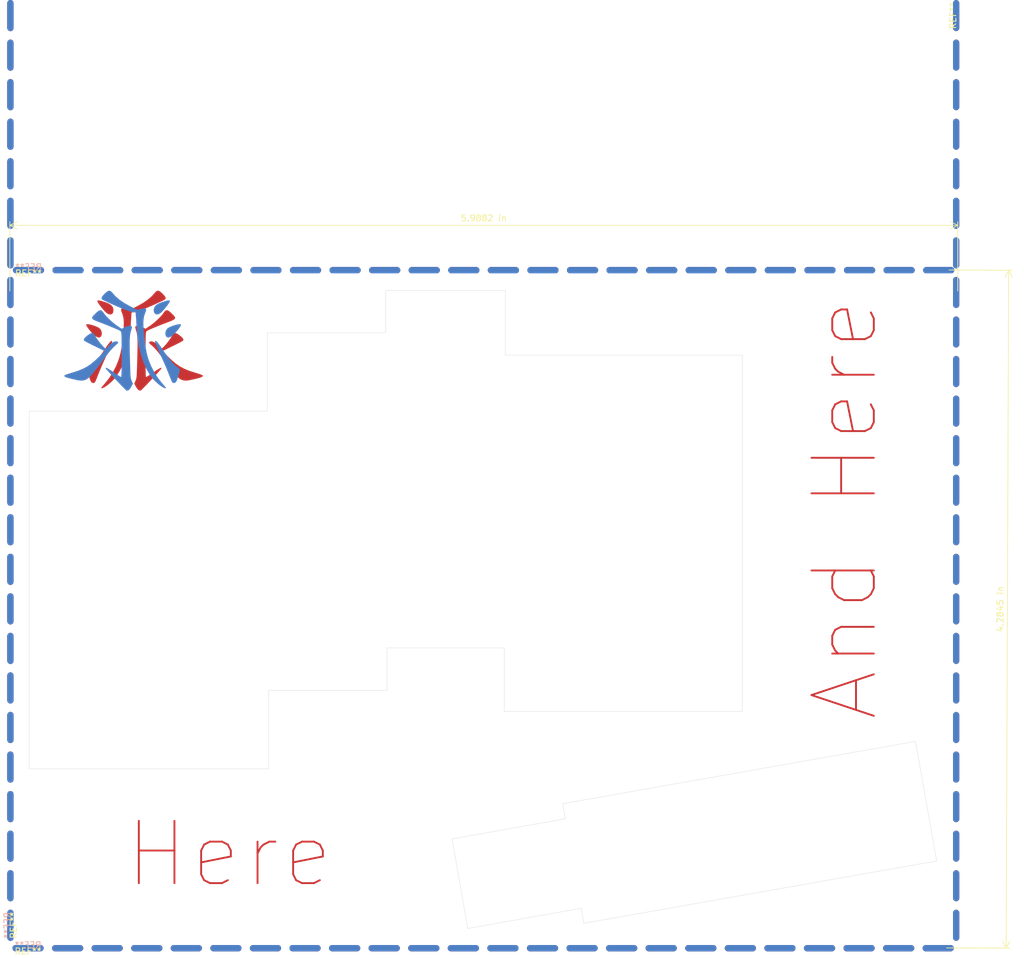
<source format=kicad_pcb>
(kicad_pcb (version 20171130) (host pcbnew 5.1.5+dfsg1-2build2)

  (general
    (thickness 1.6)
    (drawings 128)
    (tracks 0)
    (zones 0)
    (modules 9)
    (nets 1)
  )

  (page A4)
  (layers
    (0 F.Cu signal)
    (31 B.Cu signal)
    (32 B.Adhes user hide)
    (33 F.Adhes user hide)
    (34 B.Paste user hide)
    (35 F.Paste user hide)
    (36 B.SilkS user hide)
    (37 F.SilkS user)
    (38 B.Mask user hide)
    (39 F.Mask user hide)
    (40 Dwgs.User user)
    (41 Cmts.User user hide)
    (42 Eco1.User user)
    (43 Eco2.User user)
    (44 Edge.Cuts user)
    (45 Margin user hide)
    (46 B.CrtYd user hide)
    (47 F.CrtYd user hide)
    (48 B.Fab user hide)
    (49 F.Fab user hide)
  )

  (setup
    (last_trace_width 0.35)
    (trace_clearance 0.25)
    (zone_clearance 0.508)
    (zone_45_only no)
    (trace_min 0.3)
    (via_size 0.8)
    (via_drill 0.4)
    (via_min_size 0.5)
    (via_min_drill 0.4)
    (uvia_size 0.3)
    (uvia_drill 0.1)
    (uvias_allowed no)
    (uvia_min_size 0.2)
    (uvia_min_drill 0.1)
    (edge_width 0.05)
    (segment_width 0.2)
    (pcb_text_width 0.3)
    (pcb_text_size 1.5 1.5)
    (mod_edge_width 0.12)
    (mod_text_size 1 1)
    (mod_text_width 0.15)
    (pad_size 1.524 1.524)
    (pad_drill 0.762)
    (pad_to_mask_clearance 0.051)
    (solder_mask_min_width 0.25)
    (aux_axis_origin 0 0)
    (visible_elements FFFFF77F)
    (pcbplotparams
      (layerselection 0x010fc_ffffffff)
      (usegerberextensions false)
      (usegerberattributes false)
      (usegerberadvancedattributes false)
      (creategerberjobfile false)
      (excludeedgelayer true)
      (linewidth 0.100000)
      (plotframeref false)
      (viasonmask false)
      (mode 1)
      (useauxorigin false)
      (hpglpennumber 1)
      (hpglpenspeed 20)
      (hpglpendiameter 15.000000)
      (psnegative false)
      (psa4output false)
      (plotreference true)
      (plotvalue true)
      (plotinvisibletext false)
      (padsonsilk false)
      (subtractmaskfromsilk false)
      (outputformat 1)
      (mirror false)
      (drillshape 1)
      (scaleselection 1)
      (outputdirectory ""))
  )

  (net 0 "")

  (net_class Default "This is the default net class."
    (clearance 0.25)
    (trace_width 0.35)
    (via_dia 0.8)
    (via_drill 0.4)
    (uvia_dia 0.3)
    (uvia_drill 0.1)
    (diff_pair_width 0.3)
    (diff_pair_gap 0.25)
  )

  (net_class Power ""
    (clearance 0.25)
    (trace_width 0.45)
    (via_dia 1)
    (via_drill 0.4)
    (uvia_dia 0.3)
    (uvia_drill 0.1)
    (diff_pair_width 0.3)
    (diff_pair_gap 0.25)
  )

  (module "Digi:Long pad" (layer F.Cu) (tedit 5F2BC16B) (tstamp 5F2C2B6E)
    (at 215.725 1.475 270)
    (fp_text reference REF** (at 0 0.5 270) (layer F.SilkS)
      (effects (font (size 1 1) (thickness 0.15)))
    )
    (fp_text value "Long pad" (at 0 -0.5 270) (layer F.Fab)
      (effects (font (size 1 1) (thickness 0.15)))
    )
    (pad 1 smd oval (at 0 0 90) (size 5 1) (layers *.Paste *.Mask B.Cu))
    (pad 1 smd oval (at 6.35 0 90) (size 5 1) (layers *.Paste *.Mask B.Cu))
    (pad 1 smd oval (at 12.7 0 90) (size 5 1) (layers *.Paste *.Mask B.Cu))
    (pad 1 smd oval (at 19.05 0 90) (size 5 1) (layers *.Paste *.Mask B.Cu))
    (pad 1 smd oval (at 25.4 0 90) (size 5 1) (layers *.Paste *.Mask B.Cu))
    (pad 1 smd oval (at 31.75 0 90) (size 5 1) (layers *.Paste *.Mask B.Cu))
    (pad 1 smd oval (at 38.1 0 90) (size 5 1) (layers *.Paste *.Mask B.Cu))
    (pad 1 smd oval (at 44.45 0 90) (size 5 1) (layers *.Paste *.Mask B.Cu))
    (pad 1 smd oval (at 50.8 0 90) (size 5 1) (layers *.Paste *.Mask B.Cu))
    (pad 1 smd oval (at 57.15 0 90) (size 5 1) (layers *.Paste *.Mask B.Cu))
    (pad 1 smd oval (at 63.5 0 90) (size 5 1) (layers *.Paste *.Mask B.Cu))
    (pad 1 smd oval (at 69.85 0 90) (size 5 1) (layers *.Paste *.Mask B.Cu))
    (pad 1 smd oval (at 76.2 0 90) (size 5 1) (layers *.Paste *.Mask B.Cu))
    (pad 1 smd oval (at 82.55 0 90) (size 5 1) (layers *.Paste *.Mask B.Cu))
    (pad 1 smd oval (at 88.9 0 90) (size 5 1) (layers *.Paste *.Mask B.Cu))
    (pad 1 smd oval (at 95.25 0 90) (size 5 1) (layers *.Paste *.Mask B.Cu))
    (pad 1 smd oval (at 101.6 0 90) (size 5 1) (layers *.Paste *.Mask B.Cu))
    (pad 1 smd oval (at 107.95 0 90) (size 5 1) (layers *.Paste *.Mask B.Cu))
    (pad 1 smd oval (at 114.3 0 90) (size 5 1) (layers *.Paste *.Mask B.Cu))
    (pad 1 smd oval (at 120.65 0 90) (size 5 1) (layers *.Paste *.Mask B.Cu))
    (pad 1 smd oval (at 127 0 90) (size 5 1) (layers *.Paste *.Mask B.Cu))
    (pad 1 smd oval (at 133.35 0 90) (size 5 1) (layers *.Paste *.Mask B.Cu))
    (pad 1 smd oval (at 139.7 0 90) (size 5 1) (layers *.Paste *.Mask B.Cu))
    (pad 1 smd oval (at 146.05 0 90) (size 5 1) (layers *.Paste *.Mask B.Cu))
    (pad 1 smd oval (at 146.05 0 270) (size 5 1) (layers F.Cu F.Paste F.Mask))
    (pad 1 smd oval (at 139.7 0 270) (size 5 1) (layers F.Cu F.Paste F.Mask))
    (pad 1 smd oval (at 133.35 0 270) (size 5 1) (layers F.Cu F.Paste F.Mask))
    (pad 1 smd oval (at 127 0 270) (size 5 1) (layers F.Cu F.Paste F.Mask))
    (pad 1 smd oval (at 120.65 0 270) (size 5 1) (layers F.Cu F.Paste F.Mask))
    (pad 1 smd oval (at 114.3 0 270) (size 5 1) (layers F.Cu F.Paste F.Mask))
    (pad 1 smd oval (at 107.95 0 270) (size 5 1) (layers F.Cu F.Paste F.Mask))
    (pad 1 smd oval (at 101.6 0 270) (size 5 1) (layers F.Cu F.Paste F.Mask))
    (pad 1 smd oval (at 95.25 0 270) (size 5 1) (layers F.Cu F.Paste F.Mask))
    (pad 1 smd oval (at 88.9 0 270) (size 5 1) (layers F.Cu F.Paste F.Mask))
    (pad 1 smd oval (at 82.55 0 270) (size 5 1) (layers F.Cu F.Paste F.Mask))
    (pad 1 smd oval (at 76.2 0 270) (size 5 1) (layers F.Cu F.Paste F.Mask))
    (pad 1 smd oval (at 69.85 0 270) (size 5 1) (layers F.Cu F.Paste F.Mask))
    (pad 1 smd oval (at 63.5 0 270) (size 5 1) (layers F.Cu F.Paste F.Mask))
    (pad 1 smd oval (at 57.15 0 270) (size 5 1) (layers F.Cu F.Paste F.Mask))
    (pad 1 smd oval (at 50.8 0 270) (size 5 1) (layers F.Cu F.Paste F.Mask))
    (pad 1 smd oval (at 44.45 0 270) (size 5 1) (layers F.Cu F.Paste F.Mask))
    (pad 1 smd oval (at 38.1 0 270) (size 5 1) (layers F.Cu F.Paste F.Mask))
    (pad 1 smd oval (at 31.75 0 270) (size 5 1) (layers F.Cu F.Paste F.Mask))
    (pad 1 smd oval (at 25.4 0 270) (size 5 1) (layers F.Cu F.Paste F.Mask))
    (pad 1 smd oval (at 19.05 0 270) (size 5 1) (layers F.Cu F.Paste F.Mask))
    (pad 1 smd oval (at 12.7 0 270) (size 5 1) (layers F.Cu F.Paste F.Mask))
    (pad 1 smd oval (at 6.35 0 270) (size 5 1) (layers F.Cu F.Paste F.Mask))
    (pad 1 smd oval (at 0 0 270) (size 5 1) (layers F.Cu F.Paste F.Mask))
  )

  (module "Digi:Long pad" (layer B.Cu) (tedit 5F2BC16B) (tstamp 5F2C2B1C)
    (at 63.975 147.525 90)
    (fp_text reference REF** (at 0 -0.5 90) (layer B.SilkS)
      (effects (font (size 1 1) (thickness 0.15)) (justify mirror))
    )
    (fp_text value "Long pad" (at 0 0.5 90) (layer B.Fab)
      (effects (font (size 1 1) (thickness 0.15)) (justify mirror))
    )
    (pad 1 smd oval (at 0 0 270) (size 5 1) (layers *.Paste *.Mask F.Cu))
    (pad 1 smd oval (at 6.35 0 270) (size 5 1) (layers *.Paste *.Mask F.Cu))
    (pad 1 smd oval (at 12.7 0 270) (size 5 1) (layers *.Paste *.Mask F.Cu))
    (pad 1 smd oval (at 19.05 0 270) (size 5 1) (layers *.Paste *.Mask F.Cu))
    (pad 1 smd oval (at 25.4 0 270) (size 5 1) (layers *.Paste *.Mask F.Cu))
    (pad 1 smd oval (at 31.75 0 270) (size 5 1) (layers *.Paste *.Mask F.Cu))
    (pad 1 smd oval (at 38.1 0 270) (size 5 1) (layers *.Paste *.Mask F.Cu))
    (pad 1 smd oval (at 44.45 0 270) (size 5 1) (layers *.Paste *.Mask F.Cu))
    (pad 1 smd oval (at 50.8 0 270) (size 5 1) (layers *.Paste *.Mask F.Cu))
    (pad 1 smd oval (at 57.15 0 270) (size 5 1) (layers *.Paste *.Mask F.Cu))
    (pad 1 smd oval (at 63.5 0 270) (size 5 1) (layers *.Paste *.Mask F.Cu))
    (pad 1 smd oval (at 69.85 0 270) (size 5 1) (layers *.Paste *.Mask F.Cu))
    (pad 1 smd oval (at 76.2 0 270) (size 5 1) (layers *.Paste *.Mask F.Cu))
    (pad 1 smd oval (at 82.55 0 270) (size 5 1) (layers *.Paste *.Mask F.Cu))
    (pad 1 smd oval (at 88.9 0 270) (size 5 1) (layers *.Paste *.Mask F.Cu))
    (pad 1 smd oval (at 95.25 0 270) (size 5 1) (layers *.Paste *.Mask F.Cu))
    (pad 1 smd oval (at 101.6 0 270) (size 5 1) (layers *.Paste *.Mask F.Cu))
    (pad 1 smd oval (at 107.95 0 270) (size 5 1) (layers *.Paste *.Mask F.Cu))
    (pad 1 smd oval (at 114.3 0 270) (size 5 1) (layers *.Paste *.Mask F.Cu))
    (pad 1 smd oval (at 120.65 0 270) (size 5 1) (layers *.Paste *.Mask F.Cu))
    (pad 1 smd oval (at 127 0 270) (size 5 1) (layers *.Paste *.Mask F.Cu))
    (pad 1 smd oval (at 133.35 0 270) (size 5 1) (layers *.Paste *.Mask F.Cu))
    (pad 1 smd oval (at 139.7 0 270) (size 5 1) (layers *.Paste *.Mask F.Cu))
    (pad 1 smd oval (at 146.05 0 270) (size 5 1) (layers *.Paste *.Mask F.Cu))
    (pad 1 smd oval (at 146.05 0 90) (size 5 1) (layers B.Cu B.Paste B.Mask))
    (pad 1 smd oval (at 139.7 0 90) (size 5 1) (layers B.Cu B.Paste B.Mask))
    (pad 1 smd oval (at 133.35 0 90) (size 5 1) (layers B.Cu B.Paste B.Mask))
    (pad 1 smd oval (at 127 0 90) (size 5 1) (layers B.Cu B.Paste B.Mask))
    (pad 1 smd oval (at 120.65 0 90) (size 5 1) (layers B.Cu B.Paste B.Mask))
    (pad 1 smd oval (at 114.3 0 90) (size 5 1) (layers B.Cu B.Paste B.Mask))
    (pad 1 smd oval (at 107.95 0 90) (size 5 1) (layers B.Cu B.Paste B.Mask))
    (pad 1 smd oval (at 101.6 0 90) (size 5 1) (layers B.Cu B.Paste B.Mask))
    (pad 1 smd oval (at 95.25 0 90) (size 5 1) (layers B.Cu B.Paste B.Mask))
    (pad 1 smd oval (at 88.9 0 90) (size 5 1) (layers B.Cu B.Paste B.Mask))
    (pad 1 smd oval (at 82.55 0 90) (size 5 1) (layers B.Cu B.Paste B.Mask))
    (pad 1 smd oval (at 76.2 0 90) (size 5 1) (layers B.Cu B.Paste B.Mask))
    (pad 1 smd oval (at 69.85 0 90) (size 5 1) (layers B.Cu B.Paste B.Mask))
    (pad 1 smd oval (at 63.5 0 90) (size 5 1) (layers B.Cu B.Paste B.Mask))
    (pad 1 smd oval (at 57.15 0 90) (size 5 1) (layers B.Cu B.Paste B.Mask))
    (pad 1 smd oval (at 50.8 0 90) (size 5 1) (layers B.Cu B.Paste B.Mask))
    (pad 1 smd oval (at 44.45 0 90) (size 5 1) (layers B.Cu B.Paste B.Mask))
    (pad 1 smd oval (at 38.1 0 90) (size 5 1) (layers B.Cu B.Paste B.Mask))
    (pad 1 smd oval (at 31.75 0 90) (size 5 1) (layers B.Cu B.Paste B.Mask))
    (pad 1 smd oval (at 25.4 0 90) (size 5 1) (layers B.Cu B.Paste B.Mask))
    (pad 1 smd oval (at 19.05 0 90) (size 5 1) (layers B.Cu B.Paste B.Mask))
    (pad 1 smd oval (at 12.7 0 90) (size 5 1) (layers B.Cu B.Paste B.Mask))
    (pad 1 smd oval (at 6.35 0 90) (size 5 1) (layers B.Cu B.Paste B.Mask))
    (pad 1 smd oval (at 0 0 90) (size 5 1) (layers B.Cu B.Paste B.Mask))
  )

  (module "Digi:Long pad" (layer F.Cu) (tedit 5F2BC16B) (tstamp 5F2C2A78)
    (at 63.975 147.525 90)
    (fp_text reference REF** (at 0 0.5 90) (layer F.SilkS)
      (effects (font (size 1 1) (thickness 0.15)))
    )
    (fp_text value "Long pad" (at 0 -0.5 90) (layer F.Fab)
      (effects (font (size 1 1) (thickness 0.15)))
    )
    (pad 1 smd oval (at 0 0 270) (size 5 1) (layers *.Paste *.Mask B.Cu))
    (pad 1 smd oval (at 6.35 0 270) (size 5 1) (layers *.Paste *.Mask B.Cu))
    (pad 1 smd oval (at 12.7 0 270) (size 5 1) (layers *.Paste *.Mask B.Cu))
    (pad 1 smd oval (at 19.05 0 270) (size 5 1) (layers *.Paste *.Mask B.Cu))
    (pad 1 smd oval (at 25.4 0 270) (size 5 1) (layers *.Paste *.Mask B.Cu))
    (pad 1 smd oval (at 31.75 0 270) (size 5 1) (layers *.Paste *.Mask B.Cu))
    (pad 1 smd oval (at 38.1 0 270) (size 5 1) (layers *.Paste *.Mask B.Cu))
    (pad 1 smd oval (at 44.45 0 270) (size 5 1) (layers *.Paste *.Mask B.Cu))
    (pad 1 smd oval (at 50.8 0 270) (size 5 1) (layers *.Paste *.Mask B.Cu))
    (pad 1 smd oval (at 57.15 0 270) (size 5 1) (layers *.Paste *.Mask B.Cu))
    (pad 1 smd oval (at 63.5 0 270) (size 5 1) (layers *.Paste *.Mask B.Cu))
    (pad 1 smd oval (at 69.85 0 270) (size 5 1) (layers *.Paste *.Mask B.Cu))
    (pad 1 smd oval (at 76.2 0 270) (size 5 1) (layers *.Paste *.Mask B.Cu))
    (pad 1 smd oval (at 82.55 0 270) (size 5 1) (layers *.Paste *.Mask B.Cu))
    (pad 1 smd oval (at 88.9 0 270) (size 5 1) (layers *.Paste *.Mask B.Cu))
    (pad 1 smd oval (at 95.25 0 270) (size 5 1) (layers *.Paste *.Mask B.Cu))
    (pad 1 smd oval (at 101.6 0 270) (size 5 1) (layers *.Paste *.Mask B.Cu))
    (pad 1 smd oval (at 107.95 0 270) (size 5 1) (layers *.Paste *.Mask B.Cu))
    (pad 1 smd oval (at 114.3 0 270) (size 5 1) (layers *.Paste *.Mask B.Cu))
    (pad 1 smd oval (at 120.65 0 270) (size 5 1) (layers *.Paste *.Mask B.Cu))
    (pad 1 smd oval (at 127 0 270) (size 5 1) (layers *.Paste *.Mask B.Cu))
    (pad 1 smd oval (at 133.35 0 270) (size 5 1) (layers *.Paste *.Mask B.Cu))
    (pad 1 smd oval (at 139.7 0 270) (size 5 1) (layers *.Paste *.Mask B.Cu))
    (pad 1 smd oval (at 146.05 0 270) (size 5 1) (layers *.Paste *.Mask B.Cu))
    (pad 1 smd oval (at 146.05 0 90) (size 5 1) (layers F.Cu F.Paste F.Mask))
    (pad 1 smd oval (at 139.7 0 90) (size 5 1) (layers F.Cu F.Paste F.Mask))
    (pad 1 smd oval (at 133.35 0 90) (size 5 1) (layers F.Cu F.Paste F.Mask))
    (pad 1 smd oval (at 127 0 90) (size 5 1) (layers F.Cu F.Paste F.Mask))
    (pad 1 smd oval (at 120.65 0 90) (size 5 1) (layers F.Cu F.Paste F.Mask))
    (pad 1 smd oval (at 114.3 0 90) (size 5 1) (layers F.Cu F.Paste F.Mask))
    (pad 1 smd oval (at 107.95 0 90) (size 5 1) (layers F.Cu F.Paste F.Mask))
    (pad 1 smd oval (at 101.6 0 90) (size 5 1) (layers F.Cu F.Paste F.Mask))
    (pad 1 smd oval (at 95.25 0 90) (size 5 1) (layers F.Cu F.Paste F.Mask))
    (pad 1 smd oval (at 88.9 0 90) (size 5 1) (layers F.Cu F.Paste F.Mask))
    (pad 1 smd oval (at 82.55 0 90) (size 5 1) (layers F.Cu F.Paste F.Mask))
    (pad 1 smd oval (at 76.2 0 90) (size 5 1) (layers F.Cu F.Paste F.Mask))
    (pad 1 smd oval (at 69.85 0 90) (size 5 1) (layers F.Cu F.Paste F.Mask))
    (pad 1 smd oval (at 63.5 0 90) (size 5 1) (layers F.Cu F.Paste F.Mask))
    (pad 1 smd oval (at 57.15 0 90) (size 5 1) (layers F.Cu F.Paste F.Mask))
    (pad 1 smd oval (at 50.8 0 90) (size 5 1) (layers F.Cu F.Paste F.Mask))
    (pad 1 smd oval (at 44.45 0 90) (size 5 1) (layers F.Cu F.Paste F.Mask))
    (pad 1 smd oval (at 38.1 0 90) (size 5 1) (layers F.Cu F.Paste F.Mask))
    (pad 1 smd oval (at 31.75 0 90) (size 5 1) (layers F.Cu F.Paste F.Mask))
    (pad 1 smd oval (at 25.4 0 90) (size 5 1) (layers F.Cu F.Paste F.Mask))
    (pad 1 smd oval (at 19.05 0 90) (size 5 1) (layers F.Cu F.Paste F.Mask))
    (pad 1 smd oval (at 12.7 0 90) (size 5 1) (layers F.Cu F.Paste F.Mask))
    (pad 1 smd oval (at 6.35 0 90) (size 5 1) (layers F.Cu F.Paste F.Mask))
    (pad 1 smd oval (at 0 0 90) (size 5 1) (layers F.Cu F.Paste F.Mask))
  )

  (module "Digi:Long pad" (layer B.Cu) (tedit 5F2BC16B) (tstamp 5F2C2A26)
    (at 66.8 151.2)
    (fp_text reference REF** (at 0 -0.5) (layer B.SilkS)
      (effects (font (size 1 1) (thickness 0.15)) (justify mirror))
    )
    (fp_text value "Long pad" (at 0 0.5) (layer B.Fab)
      (effects (font (size 1 1) (thickness 0.15)) (justify mirror))
    )
    (pad 1 smd oval (at 0 0 180) (size 5 1) (layers *.Paste *.Mask F.Cu))
    (pad 1 smd oval (at 6.35 0 180) (size 5 1) (layers *.Paste *.Mask F.Cu))
    (pad 1 smd oval (at 12.7 0 180) (size 5 1) (layers *.Paste *.Mask F.Cu))
    (pad 1 smd oval (at 19.05 0 180) (size 5 1) (layers *.Paste *.Mask F.Cu))
    (pad 1 smd oval (at 25.4 0 180) (size 5 1) (layers *.Paste *.Mask F.Cu))
    (pad 1 smd oval (at 31.75 0 180) (size 5 1) (layers *.Paste *.Mask F.Cu))
    (pad 1 smd oval (at 38.1 0 180) (size 5 1) (layers *.Paste *.Mask F.Cu))
    (pad 1 smd oval (at 44.45 0 180) (size 5 1) (layers *.Paste *.Mask F.Cu))
    (pad 1 smd oval (at 50.8 0 180) (size 5 1) (layers *.Paste *.Mask F.Cu))
    (pad 1 smd oval (at 57.15 0 180) (size 5 1) (layers *.Paste *.Mask F.Cu))
    (pad 1 smd oval (at 63.5 0 180) (size 5 1) (layers *.Paste *.Mask F.Cu))
    (pad 1 smd oval (at 69.85 0 180) (size 5 1) (layers *.Paste *.Mask F.Cu))
    (pad 1 smd oval (at 76.2 0 180) (size 5 1) (layers *.Paste *.Mask F.Cu))
    (pad 1 smd oval (at 82.55 0 180) (size 5 1) (layers *.Paste *.Mask F.Cu))
    (pad 1 smd oval (at 88.9 0 180) (size 5 1) (layers *.Paste *.Mask F.Cu))
    (pad 1 smd oval (at 95.25 0 180) (size 5 1) (layers *.Paste *.Mask F.Cu))
    (pad 1 smd oval (at 101.6 0 180) (size 5 1) (layers *.Paste *.Mask F.Cu))
    (pad 1 smd oval (at 107.95 0 180) (size 5 1) (layers *.Paste *.Mask F.Cu))
    (pad 1 smd oval (at 114.3 0 180) (size 5 1) (layers *.Paste *.Mask F.Cu))
    (pad 1 smd oval (at 120.65 0 180) (size 5 1) (layers *.Paste *.Mask F.Cu))
    (pad 1 smd oval (at 127 0 180) (size 5 1) (layers *.Paste *.Mask F.Cu))
    (pad 1 smd oval (at 133.35 0 180) (size 5 1) (layers *.Paste *.Mask F.Cu))
    (pad 1 smd oval (at 139.7 0 180) (size 5 1) (layers *.Paste *.Mask F.Cu))
    (pad 1 smd oval (at 146.05 0 180) (size 5 1) (layers *.Paste *.Mask F.Cu))
    (pad 1 smd oval (at 146.05 0) (size 5 1) (layers B.Cu B.Paste B.Mask))
    (pad 1 smd oval (at 139.7 0) (size 5 1) (layers B.Cu B.Paste B.Mask))
    (pad 1 smd oval (at 133.35 0) (size 5 1) (layers B.Cu B.Paste B.Mask))
    (pad 1 smd oval (at 127 0) (size 5 1) (layers B.Cu B.Paste B.Mask))
    (pad 1 smd oval (at 120.65 0) (size 5 1) (layers B.Cu B.Paste B.Mask))
    (pad 1 smd oval (at 114.3 0) (size 5 1) (layers B.Cu B.Paste B.Mask))
    (pad 1 smd oval (at 107.95 0) (size 5 1) (layers B.Cu B.Paste B.Mask))
    (pad 1 smd oval (at 101.6 0) (size 5 1) (layers B.Cu B.Paste B.Mask))
    (pad 1 smd oval (at 95.25 0) (size 5 1) (layers B.Cu B.Paste B.Mask))
    (pad 1 smd oval (at 88.9 0) (size 5 1) (layers B.Cu B.Paste B.Mask))
    (pad 1 smd oval (at 82.55 0) (size 5 1) (layers B.Cu B.Paste B.Mask))
    (pad 1 smd oval (at 76.2 0) (size 5 1) (layers B.Cu B.Paste B.Mask))
    (pad 1 smd oval (at 69.85 0) (size 5 1) (layers B.Cu B.Paste B.Mask))
    (pad 1 smd oval (at 63.5 0) (size 5 1) (layers B.Cu B.Paste B.Mask))
    (pad 1 smd oval (at 57.15 0) (size 5 1) (layers B.Cu B.Paste B.Mask))
    (pad 1 smd oval (at 50.8 0) (size 5 1) (layers B.Cu B.Paste B.Mask))
    (pad 1 smd oval (at 44.45 0) (size 5 1) (layers B.Cu B.Paste B.Mask))
    (pad 1 smd oval (at 38.1 0) (size 5 1) (layers B.Cu B.Paste B.Mask))
    (pad 1 smd oval (at 31.75 0) (size 5 1) (layers B.Cu B.Paste B.Mask))
    (pad 1 smd oval (at 25.4 0) (size 5 1) (layers B.Cu B.Paste B.Mask))
    (pad 1 smd oval (at 19.05 0) (size 5 1) (layers B.Cu B.Paste B.Mask))
    (pad 1 smd oval (at 12.7 0) (size 5 1) (layers B.Cu B.Paste B.Mask))
    (pad 1 smd oval (at 6.35 0) (size 5 1) (layers B.Cu B.Paste B.Mask))
    (pad 1 smd oval (at 0 0) (size 5 1) (layers B.Cu B.Paste B.Mask))
  )

  (module "Digi:Long pad" (layer F.Cu) (tedit 5F2BC16B) (tstamp 5F2C2912)
    (at 66.8 151.2)
    (fp_text reference REF** (at 0 0.5) (layer F.SilkS)
      (effects (font (size 1 1) (thickness 0.15)))
    )
    (fp_text value "Long pad" (at 0 -0.5) (layer F.Fab)
      (effects (font (size 1 1) (thickness 0.15)))
    )
    (pad 1 smd oval (at 0 0 180) (size 5 1) (layers *.Paste *.Mask B.Cu))
    (pad 1 smd oval (at 6.35 0 180) (size 5 1) (layers *.Paste *.Mask B.Cu))
    (pad 1 smd oval (at 12.7 0 180) (size 5 1) (layers *.Paste *.Mask B.Cu))
    (pad 1 smd oval (at 19.05 0 180) (size 5 1) (layers *.Paste *.Mask B.Cu))
    (pad 1 smd oval (at 25.4 0 180) (size 5 1) (layers *.Paste *.Mask B.Cu))
    (pad 1 smd oval (at 31.75 0 180) (size 5 1) (layers *.Paste *.Mask B.Cu))
    (pad 1 smd oval (at 38.1 0 180) (size 5 1) (layers *.Paste *.Mask B.Cu))
    (pad 1 smd oval (at 44.45 0 180) (size 5 1) (layers *.Paste *.Mask B.Cu))
    (pad 1 smd oval (at 50.8 0 180) (size 5 1) (layers *.Paste *.Mask B.Cu))
    (pad 1 smd oval (at 57.15 0 180) (size 5 1) (layers *.Paste *.Mask B.Cu))
    (pad 1 smd oval (at 63.5 0 180) (size 5 1) (layers *.Paste *.Mask B.Cu))
    (pad 1 smd oval (at 69.85 0 180) (size 5 1) (layers *.Paste *.Mask B.Cu))
    (pad 1 smd oval (at 76.2 0 180) (size 5 1) (layers *.Paste *.Mask B.Cu))
    (pad 1 smd oval (at 82.55 0 180) (size 5 1) (layers *.Paste *.Mask B.Cu))
    (pad 1 smd oval (at 88.9 0 180) (size 5 1) (layers *.Paste *.Mask B.Cu))
    (pad 1 smd oval (at 95.25 0 180) (size 5 1) (layers *.Paste *.Mask B.Cu))
    (pad 1 smd oval (at 101.6 0 180) (size 5 1) (layers *.Paste *.Mask B.Cu))
    (pad 1 smd oval (at 107.95 0 180) (size 5 1) (layers *.Paste *.Mask B.Cu))
    (pad 1 smd oval (at 114.3 0 180) (size 5 1) (layers *.Paste *.Mask B.Cu))
    (pad 1 smd oval (at 120.65 0 180) (size 5 1) (layers *.Paste *.Mask B.Cu))
    (pad 1 smd oval (at 127 0 180) (size 5 1) (layers *.Paste *.Mask B.Cu))
    (pad 1 smd oval (at 133.35 0 180) (size 5 1) (layers *.Paste *.Mask B.Cu))
    (pad 1 smd oval (at 139.7 0 180) (size 5 1) (layers *.Paste *.Mask B.Cu))
    (pad 1 smd oval (at 146.05 0 180) (size 5 1) (layers *.Paste *.Mask B.Cu))
    (pad 1 smd oval (at 146.05 0) (size 5 1) (layers F.Cu F.Paste F.Mask))
    (pad 1 smd oval (at 139.7 0) (size 5 1) (layers F.Cu F.Paste F.Mask))
    (pad 1 smd oval (at 133.35 0) (size 5 1) (layers F.Cu F.Paste F.Mask))
    (pad 1 smd oval (at 127 0) (size 5 1) (layers F.Cu F.Paste F.Mask))
    (pad 1 smd oval (at 120.65 0) (size 5 1) (layers F.Cu F.Paste F.Mask))
    (pad 1 smd oval (at 114.3 0) (size 5 1) (layers F.Cu F.Paste F.Mask))
    (pad 1 smd oval (at 107.95 0) (size 5 1) (layers F.Cu F.Paste F.Mask))
    (pad 1 smd oval (at 101.6 0) (size 5 1) (layers F.Cu F.Paste F.Mask))
    (pad 1 smd oval (at 95.25 0) (size 5 1) (layers F.Cu F.Paste F.Mask))
    (pad 1 smd oval (at 88.9 0) (size 5 1) (layers F.Cu F.Paste F.Mask))
    (pad 1 smd oval (at 82.55 0) (size 5 1) (layers F.Cu F.Paste F.Mask))
    (pad 1 smd oval (at 76.2 0) (size 5 1) (layers F.Cu F.Paste F.Mask))
    (pad 1 smd oval (at 69.85 0) (size 5 1) (layers F.Cu F.Paste F.Mask))
    (pad 1 smd oval (at 63.5 0) (size 5 1) (layers F.Cu F.Paste F.Mask))
    (pad 1 smd oval (at 57.15 0) (size 5 1) (layers F.Cu F.Paste F.Mask))
    (pad 1 smd oval (at 50.8 0) (size 5 1) (layers F.Cu F.Paste F.Mask))
    (pad 1 smd oval (at 44.45 0) (size 5 1) (layers F.Cu F.Paste F.Mask))
    (pad 1 smd oval (at 38.1 0) (size 5 1) (layers F.Cu F.Paste F.Mask))
    (pad 1 smd oval (at 31.75 0) (size 5 1) (layers F.Cu F.Paste F.Mask))
    (pad 1 smd oval (at 25.4 0) (size 5 1) (layers F.Cu F.Paste F.Mask))
    (pad 1 smd oval (at 19.05 0) (size 5 1) (layers F.Cu F.Paste F.Mask))
    (pad 1 smd oval (at 12.7 0) (size 5 1) (layers F.Cu F.Paste F.Mask))
    (pad 1 smd oval (at 6.35 0) (size 5 1) (layers F.Cu F.Paste F.Mask))
    (pad 1 smd oval (at 0 0) (size 5 1) (layers F.Cu F.Paste F.Mask))
  )

  (module "Digi:Long pad" (layer B.Cu) (tedit 5F2BC16B) (tstamp 5F2C28C0)
    (at 66.875 42.35)
    (fp_text reference REF** (at 0 -0.5) (layer B.SilkS)
      (effects (font (size 1 1) (thickness 0.15)) (justify mirror))
    )
    (fp_text value "Long pad" (at 0 0.5) (layer B.Fab)
      (effects (font (size 1 1) (thickness 0.15)) (justify mirror))
    )
    (pad 1 smd oval (at 0 0 180) (size 5 1) (layers *.Paste *.Mask F.Cu))
    (pad 1 smd oval (at 6.35 0 180) (size 5 1) (layers *.Paste *.Mask F.Cu))
    (pad 1 smd oval (at 12.7 0 180) (size 5 1) (layers *.Paste *.Mask F.Cu))
    (pad 1 smd oval (at 19.05 0 180) (size 5 1) (layers *.Paste *.Mask F.Cu))
    (pad 1 smd oval (at 25.4 0 180) (size 5 1) (layers *.Paste *.Mask F.Cu))
    (pad 1 smd oval (at 31.75 0 180) (size 5 1) (layers *.Paste *.Mask F.Cu))
    (pad 1 smd oval (at 38.1 0 180) (size 5 1) (layers *.Paste *.Mask F.Cu))
    (pad 1 smd oval (at 44.45 0 180) (size 5 1) (layers *.Paste *.Mask F.Cu))
    (pad 1 smd oval (at 50.8 0 180) (size 5 1) (layers *.Paste *.Mask F.Cu))
    (pad 1 smd oval (at 57.15 0 180) (size 5 1) (layers *.Paste *.Mask F.Cu))
    (pad 1 smd oval (at 63.5 0 180) (size 5 1) (layers *.Paste *.Mask F.Cu))
    (pad 1 smd oval (at 69.85 0 180) (size 5 1) (layers *.Paste *.Mask F.Cu))
    (pad 1 smd oval (at 76.2 0 180) (size 5 1) (layers *.Paste *.Mask F.Cu))
    (pad 1 smd oval (at 82.55 0 180) (size 5 1) (layers *.Paste *.Mask F.Cu))
    (pad 1 smd oval (at 88.9 0 180) (size 5 1) (layers *.Paste *.Mask F.Cu))
    (pad 1 smd oval (at 95.25 0 180) (size 5 1) (layers *.Paste *.Mask F.Cu))
    (pad 1 smd oval (at 101.6 0 180) (size 5 1) (layers *.Paste *.Mask F.Cu))
    (pad 1 smd oval (at 107.95 0 180) (size 5 1) (layers *.Paste *.Mask F.Cu))
    (pad 1 smd oval (at 114.3 0 180) (size 5 1) (layers *.Paste *.Mask F.Cu))
    (pad 1 smd oval (at 120.65 0 180) (size 5 1) (layers *.Paste *.Mask F.Cu))
    (pad 1 smd oval (at 127 0 180) (size 5 1) (layers *.Paste *.Mask F.Cu))
    (pad 1 smd oval (at 133.35 0 180) (size 5 1) (layers *.Paste *.Mask F.Cu))
    (pad 1 smd oval (at 139.7 0 180) (size 5 1) (layers *.Paste *.Mask F.Cu))
    (pad 1 smd oval (at 146.05 0 180) (size 5 1) (layers *.Paste *.Mask F.Cu))
    (pad 1 smd oval (at 146.05 0) (size 5 1) (layers B.Cu B.Paste B.Mask))
    (pad 1 smd oval (at 139.7 0) (size 5 1) (layers B.Cu B.Paste B.Mask))
    (pad 1 smd oval (at 133.35 0) (size 5 1) (layers B.Cu B.Paste B.Mask))
    (pad 1 smd oval (at 127 0) (size 5 1) (layers B.Cu B.Paste B.Mask))
    (pad 1 smd oval (at 120.65 0) (size 5 1) (layers B.Cu B.Paste B.Mask))
    (pad 1 smd oval (at 114.3 0) (size 5 1) (layers B.Cu B.Paste B.Mask))
    (pad 1 smd oval (at 107.95 0) (size 5 1) (layers B.Cu B.Paste B.Mask))
    (pad 1 smd oval (at 101.6 0) (size 5 1) (layers B.Cu B.Paste B.Mask))
    (pad 1 smd oval (at 95.25 0) (size 5 1) (layers B.Cu B.Paste B.Mask))
    (pad 1 smd oval (at 88.9 0) (size 5 1) (layers B.Cu B.Paste B.Mask))
    (pad 1 smd oval (at 82.55 0) (size 5 1) (layers B.Cu B.Paste B.Mask))
    (pad 1 smd oval (at 76.2 0) (size 5 1) (layers B.Cu B.Paste B.Mask))
    (pad 1 smd oval (at 69.85 0) (size 5 1) (layers B.Cu B.Paste B.Mask))
    (pad 1 smd oval (at 63.5 0) (size 5 1) (layers B.Cu B.Paste B.Mask))
    (pad 1 smd oval (at 57.15 0) (size 5 1) (layers B.Cu B.Paste B.Mask))
    (pad 1 smd oval (at 50.8 0) (size 5 1) (layers B.Cu B.Paste B.Mask))
    (pad 1 smd oval (at 44.45 0) (size 5 1) (layers B.Cu B.Paste B.Mask))
    (pad 1 smd oval (at 38.1 0) (size 5 1) (layers B.Cu B.Paste B.Mask))
    (pad 1 smd oval (at 31.75 0) (size 5 1) (layers B.Cu B.Paste B.Mask))
    (pad 1 smd oval (at 25.4 0) (size 5 1) (layers B.Cu B.Paste B.Mask))
    (pad 1 smd oval (at 19.05 0) (size 5 1) (layers B.Cu B.Paste B.Mask))
    (pad 1 smd oval (at 12.7 0) (size 5 1) (layers B.Cu B.Paste B.Mask))
    (pad 1 smd oval (at 6.35 0) (size 5 1) (layers B.Cu B.Paste B.Mask))
    (pad 1 smd oval (at 0 0) (size 5 1) (layers B.Cu B.Paste B.Mask))
  )

  (module "Digi:Long pad" (layer F.Cu) (tedit 5F2BC16B) (tstamp 5F2C26AE)
    (at 66.875 42.35)
    (fp_text reference REF** (at 0 0.5) (layer F.SilkS)
      (effects (font (size 1 1) (thickness 0.15)))
    )
    (fp_text value "Long pad" (at 0 -0.5) (layer F.Fab)
      (effects (font (size 1 1) (thickness 0.15)))
    )
    (pad 1 smd oval (at 0 0 180) (size 5 1) (layers *.Paste *.Mask B.Cu))
    (pad 1 smd oval (at 6.35 0 180) (size 5 1) (layers *.Paste *.Mask B.Cu))
    (pad 1 smd oval (at 12.7 0 180) (size 5 1) (layers *.Paste *.Mask B.Cu))
    (pad 1 smd oval (at 19.05 0 180) (size 5 1) (layers *.Paste *.Mask B.Cu))
    (pad 1 smd oval (at 25.4 0 180) (size 5 1) (layers *.Paste *.Mask B.Cu))
    (pad 1 smd oval (at 31.75 0 180) (size 5 1) (layers *.Paste *.Mask B.Cu))
    (pad 1 smd oval (at 38.1 0 180) (size 5 1) (layers *.Paste *.Mask B.Cu))
    (pad 1 smd oval (at 44.45 0 180) (size 5 1) (layers *.Paste *.Mask B.Cu))
    (pad 1 smd oval (at 50.8 0 180) (size 5 1) (layers *.Paste *.Mask B.Cu))
    (pad 1 smd oval (at 57.15 0 180) (size 5 1) (layers *.Paste *.Mask B.Cu))
    (pad 1 smd oval (at 63.5 0 180) (size 5 1) (layers *.Paste *.Mask B.Cu))
    (pad 1 smd oval (at 69.85 0 180) (size 5 1) (layers *.Paste *.Mask B.Cu))
    (pad 1 smd oval (at 76.2 0 180) (size 5 1) (layers *.Paste *.Mask B.Cu))
    (pad 1 smd oval (at 82.55 0 180) (size 5 1) (layers *.Paste *.Mask B.Cu))
    (pad 1 smd oval (at 88.9 0 180) (size 5 1) (layers *.Paste *.Mask B.Cu))
    (pad 1 smd oval (at 95.25 0 180) (size 5 1) (layers *.Paste *.Mask B.Cu))
    (pad 1 smd oval (at 101.6 0 180) (size 5 1) (layers *.Paste *.Mask B.Cu))
    (pad 1 smd oval (at 107.95 0 180) (size 5 1) (layers *.Paste *.Mask B.Cu))
    (pad 1 smd oval (at 114.3 0 180) (size 5 1) (layers *.Paste *.Mask B.Cu))
    (pad 1 smd oval (at 120.65 0 180) (size 5 1) (layers *.Paste *.Mask B.Cu))
    (pad 1 smd oval (at 127 0 180) (size 5 1) (layers *.Paste *.Mask B.Cu))
    (pad 1 smd oval (at 133.35 0 180) (size 5 1) (layers *.Paste *.Mask B.Cu))
    (pad 1 smd oval (at 139.7 0 180) (size 5 1) (layers *.Paste *.Mask B.Cu))
    (pad 1 smd oval (at 146.05 0 180) (size 5 1) (layers *.Paste *.Mask B.Cu))
    (pad 1 smd oval (at 146.05 0) (size 5 1) (layers F.Cu F.Paste F.Mask))
    (pad 1 smd oval (at 139.7 0) (size 5 1) (layers F.Cu F.Paste F.Mask))
    (pad 1 smd oval (at 133.35 0) (size 5 1) (layers F.Cu F.Paste F.Mask))
    (pad 1 smd oval (at 127 0) (size 5 1) (layers F.Cu F.Paste F.Mask))
    (pad 1 smd oval (at 120.65 0) (size 5 1) (layers F.Cu F.Paste F.Mask))
    (pad 1 smd oval (at 114.3 0) (size 5 1) (layers F.Cu F.Paste F.Mask))
    (pad 1 smd oval (at 107.95 0) (size 5 1) (layers F.Cu F.Paste F.Mask))
    (pad 1 smd oval (at 101.6 0) (size 5 1) (layers F.Cu F.Paste F.Mask))
    (pad 1 smd oval (at 95.25 0) (size 5 1) (layers F.Cu F.Paste F.Mask))
    (pad 1 smd oval (at 88.9 0) (size 5 1) (layers F.Cu F.Paste F.Mask))
    (pad 1 smd oval (at 82.55 0) (size 5 1) (layers F.Cu F.Paste F.Mask))
    (pad 1 smd oval (at 76.2 0) (size 5 1) (layers F.Cu F.Paste F.Mask))
    (pad 1 smd oval (at 69.85 0) (size 5 1) (layers F.Cu F.Paste F.Mask))
    (pad 1 smd oval (at 63.5 0) (size 5 1) (layers F.Cu F.Paste F.Mask))
    (pad 1 smd oval (at 57.15 0) (size 5 1) (layers F.Cu F.Paste F.Mask))
    (pad 1 smd oval (at 50.8 0) (size 5 1) (layers F.Cu F.Paste F.Mask))
    (pad 1 smd oval (at 44.45 0) (size 5 1) (layers F.Cu F.Paste F.Mask))
    (pad 1 smd oval (at 38.1 0) (size 5 1) (layers F.Cu F.Paste F.Mask))
    (pad 1 smd oval (at 31.75 0) (size 5 1) (layers F.Cu F.Paste F.Mask))
    (pad 1 smd oval (at 25.4 0) (size 5 1) (layers F.Cu F.Paste F.Mask))
    (pad 1 smd oval (at 19.05 0) (size 5 1) (layers F.Cu F.Paste F.Mask))
    (pad 1 smd oval (at 12.7 0) (size 5 1) (layers F.Cu F.Paste F.Mask))
    (pad 1 smd oval (at 6.35 0) (size 5 1) (layers F.Cu F.Paste F.Mask))
    (pad 1 smd oval (at 0 0) (size 5 1) (layers F.Cu F.Paste F.Mask))
  )

  (module Digi:PieCn (layer B.Cu) (tedit 0) (tstamp 5F2C2361)
    (at 82.65 53.525 180)
    (fp_text reference G*** (at 0 0) (layer B.SilkS) hide
      (effects (font (size 1.524 1.524) (thickness 0.3)) (justify mirror))
    )
    (fp_text value LOGO (at 0.75 0) (layer B.SilkS) hide
      (effects (font (size 1.524 1.524) (thickness 0.3)) (justify mirror))
    )
    (fp_poly (pts (xy -6.532442 6.29698) (xy -6.224503 6.21854) (xy -5.786887 6.08446) (xy -5.655972 6.042303)
      (xy -5.106219 5.826809) (xy -4.711737 5.581203) (xy -4.459331 5.292462) (xy -4.335803 4.947564)
      (xy -4.318 4.722044) (xy -4.376984 4.379627) (xy -4.538124 4.157467) (xy -4.777709 4.06255)
      (xy -5.072022 4.101864) (xy -5.397352 4.282395) (xy -5.505349 4.372227) (xy -5.746699 4.61145)
      (xy -6.01149 4.907942) (xy -6.277535 5.232259) (xy -6.522648 5.55496) (xy -6.724641 5.846601)
      (xy -6.861327 6.07774) (xy -6.910521 6.218934) (xy -6.907991 6.233575) (xy -6.851207 6.300987)
      (xy -6.733684 6.323293) (xy -6.532442 6.29698)) (layer B.Cu) (width 0.01))
    (fp_poly (pts (xy -8.319253 2.489819) (xy -8.000113 2.427968) (xy -7.63663 2.327813) (xy -7.265172 2.200454)
      (xy -6.922109 2.056989) (xy -6.643809 1.90852) (xy -6.482607 1.783852) (xy -6.293492 1.49965)
      (xy -6.194687 1.167689) (xy -6.192234 0.841663) (xy -6.292172 0.575269) (xy -6.340172 0.517828)
      (xy -6.491533 0.390527) (xy -6.637985 0.350581) (xy -6.831068 0.397941) (xy -7.091242 0.517117)
      (xy -7.29991 0.657826) (xy -7.552331 0.883803) (xy -7.825267 1.166694) (xy -8.095478 1.478149)
      (xy -8.339726 1.789816) (xy -8.53477 2.073342) (xy -8.657371 2.300377) (xy -8.684291 2.442568)
      (xy -8.679029 2.454208) (xy -8.557681 2.502266) (xy -8.319253 2.489819)) (layer B.Cu) (width 0.01))
    (fp_poly (pts (xy 5.930607 0.9596) (xy 6.318677 0.694036) (xy 6.338513 0.678435) (xy 6.668975 0.392429)
      (xy 6.855235 0.166412) (xy 6.905741 -0.012924) (xy 6.853408 -0.132532) (xy 6.749422 -0.204757)
      (xy 6.516774 -0.336825) (xy 6.179752 -0.515912) (xy 5.762643 -0.729196) (xy 5.289735 -0.963851)
      (xy 5.150212 -1.03184) (xy 3.548025 -1.80944) (xy 4.419846 -2.689551) (xy 5.097851 -3.339581)
      (xy 5.735257 -3.868362) (xy 6.373159 -4.300247) (xy 7.052651 -4.659592) (xy 7.81483 -4.970753)
      (xy 8.700791 -5.258085) (xy 8.805333 -5.288635) (xy 9.212777 -5.412702) (xy 9.566328 -5.531633)
      (xy 9.831011 -5.632867) (xy 9.971852 -5.703845) (xy 9.979282 -5.710234) (xy 10.025267 -5.811446)
      (xy 9.948783 -5.912377) (xy 9.738963 -6.018228) (xy 9.384939 -6.134195) (xy 8.875841 -6.265479)
      (xy 8.763 -6.292044) (xy 8.253291 -6.408432) (xy 7.873768 -6.487757) (xy 7.590445 -6.534429)
      (xy 7.36933 -6.552858) (xy 7.176437 -6.547456) (xy 6.981496 -6.523207) (xy 6.774382 -6.479675)
      (xy 6.574427 -6.407796) (xy 6.37094 -6.296272) (xy 6.153234 -6.13381) (xy 5.91062 -5.909114)
      (xy 5.632411 -5.610889) (xy 5.307917 -5.227839) (xy 4.926451 -4.748669) (xy 4.477324 -4.162084)
      (xy 3.949847 -3.456789) (xy 3.486746 -2.830017) (xy 3.020093 -2.211669) (xy 2.614495 -1.711134)
      (xy 2.244878 -1.300433) (xy 1.886169 -0.951583) (xy 1.540838 -0.658503) (xy 1.410158 -0.490095)
      (xy 1.434513 -0.347224) (xy 1.599795 -0.263473) (xy 1.710763 -0.254) (xy 2.11859 -0.336044)
      (xy 2.518349 -0.583507) (xy 2.89715 -0.978034) (xy 3.091257 -1.20632) (xy 3.252814 -1.370496)
      (xy 3.347093 -1.435303) (xy 3.347516 -1.435327) (xy 3.476383 -1.373635) (xy 3.676731 -1.19919)
      (xy 3.92535 -0.939626) (xy 4.19903 -0.622575) (xy 4.474562 -0.275668) (xy 4.728737 0.073463)
      (xy 4.938344 0.397185) (xy 5.037714 0.576935) (xy 5.178677 0.826914) (xy 5.310101 1.009205)
      (xy 5.383695 1.072874) (xy 5.621889 1.084664) (xy 5.930607 0.9596)) (layer B.Cu) (width 0.01))
    (fp_poly (pts (xy -4.563885 -0.208843) (xy -4.533578 -0.247672) (xy -4.545876 -0.363496) (xy -4.632079 -0.625216)
      (xy -4.789965 -1.027472) (xy -5.017312 -1.564904) (xy -5.311897 -2.23215) (xy -5.6715 -3.023851)
      (xy -5.799662 -3.302) (xy -6.041753 -3.839758) (xy -6.300513 -4.437829) (xy -6.547519 -5.029164)
      (xy -6.754348 -5.546718) (xy -6.784198 -5.624455) (xy -6.94325 -6.032745) (xy -7.08851 -6.388863)
      (xy -7.206182 -6.66016) (xy -7.282471 -6.81399) (xy -7.294022 -6.830955) (xy -7.474269 -6.933389)
      (xy -7.692998 -6.916083) (xy -7.878921 -6.788234) (xy -7.904679 -6.752167) (xy -8.002653 -6.553932)
      (xy -8.118163 -6.258423) (xy -8.238518 -5.907191) (xy -8.351028 -5.541784) (xy -8.443001 -5.203752)
      (xy -8.501747 -4.934645) (xy -8.514574 -4.776011) (xy -8.511805 -4.764462) (xy -8.417233 -4.637433)
      (xy -8.225781 -4.462418) (xy -8.035477 -4.318) (xy -7.687402 -4.036119) (xy -7.306263 -3.650567)
      (xy -6.882622 -3.149983) (xy -6.407043 -2.523005) (xy -5.870089 -1.758271) (xy -5.697331 -1.502833)
      (xy -5.356071 -1.001373) (xy -5.091609 -0.631334) (xy -4.892053 -0.379889) (xy -4.745509 -0.23421)
      (xy -4.640084 -0.181471) (xy -4.563885 -0.208843)) (layer B.Cu) (width 0.01))
    (fp_poly (pts (xy 3.13491 7.762081) (xy 3.434625 7.511024) (xy 3.576322 7.372771) (xy 3.849452 7.081644)
      (xy 4.002725 6.869649) (xy 4.051649 6.714181) (xy 4.049609 6.682918) (xy 4.039175 6.610376)
      (xy 4.01883 6.550957) (xy 3.968067 6.492565) (xy 3.866378 6.423105) (xy 3.693253 6.330482)
      (xy 3.428184 6.2026) (xy 3.050663 6.027364) (xy 2.540182 5.792679) (xy 2.54 5.792595)
      (xy 1.71781 5.423152) (xy 0.965696 5.102351) (xy 0.299697 4.836345) (xy -0.264147 4.631289)
      (xy -0.709795 4.493337) (xy -1.012224 4.429665) (xy -1.42109 4.381241) (xy -1.47066 3.693454)
      (xy -1.497214 3.299909) (xy -1.527322 2.814841) (xy -1.556251 2.315859) (xy -1.569379 2.074333)
      (xy -1.70644 0.455242) (xy -1.939693 -1.046975) (xy -2.267563 -2.427128) (xy -2.68847 -3.680024)
      (xy -3.200836 -4.800473) (xy -3.803085 -5.783284) (xy -4.062994 -6.129423) (xy -4.337214 -6.443337)
      (xy -4.654158 -6.757285) (xy -4.992238 -7.055741) (xy -5.329864 -7.323176) (xy -5.645446 -7.544062)
      (xy -5.917395 -7.702873) (xy -6.124121 -7.784079) (xy -6.244035 -7.772153) (xy -6.265333 -7.713416)
      (xy -6.211618 -7.622757) (xy -6.066575 -7.437944) (xy -5.854356 -7.188668) (xy -5.673855 -6.986308)
      (xy -5.034159 -6.189008) (xy -4.441173 -5.26731) (xy -3.920594 -4.264841) (xy -3.560141 -3.397897)
      (xy -3.354534 -2.773771) (xy -3.178507 -2.089004) (xy -3.028182 -1.321264) (xy -2.899684 -0.448221)
      (xy -2.789139 0.552457) (xy -2.706224 1.522295) (xy -2.662762 2.234884) (xy -2.655054 2.816525)
      (xy -2.686087 3.302402) (xy -2.758852 3.727699) (xy -2.876337 4.127601) (xy -2.942482 4.30336)
      (xy -3.052726 4.592838) (xy -3.100285 4.770806) (xy -3.090386 4.880872) (xy -3.028256 4.966646)
      (xy -3.022669 4.972283) (xy -2.938615 5.037574) (xy -2.829817 5.060892) (xy -2.653348 5.041387)
      (xy -2.366277 4.978209) (xy -2.280856 4.957597) (xy -1.672272 4.80968) (xy -0.560969 5.364994)
      (xy 0.396787 5.895298) (xy 1.209515 6.455096) (xy 1.868079 7.037623) (xy 2.192818 7.404534)
      (xy 2.450429 7.696796) (xy 2.673114 7.854271) (xy 2.891174 7.876265) (xy 3.13491 7.762081)) (layer B.Cu) (width 0.01))
    (fp_poly (pts (xy 4.572139 4.616532) (xy 4.883325 4.359421) (xy 5.041929 4.208525) (xy 5.326263 3.921709)
      (xy 5.507887 3.698099) (xy 5.577732 3.519193) (xy 5.526731 3.366488) (xy 5.345814 3.221479)
      (xy 5.025915 3.065666) (xy 4.557964 2.880543) (xy 4.353538 2.803916) (xy 3.836664 2.606888)
      (xy 3.23863 2.371989) (xy 2.633639 2.12871) (xy 2.097334 1.907152) (xy 1.647168 1.715825)
      (xy 1.329396 1.573172) (xy 1.119594 1.463975) (xy 0.993338 1.373017) (xy 0.926205 1.285081)
      (xy 0.893772 1.184948) (xy 0.887732 1.153494) (xy 0.87062 0.975838) (xy 0.856052 0.66294)
      (xy 0.844009 0.236193) (xy 0.834474 -0.28301) (xy 0.827426 -0.873277) (xy 0.822848 -1.513214)
      (xy 0.820721 -2.18143) (xy 0.821026 -2.856531) (xy 0.823743 -3.517124) (xy 0.828855 -4.141818)
      (xy 0.836343 -4.709218) (xy 0.846188 -5.197933) (xy 0.858371 -5.58657) (xy 0.872873 -5.853735)
      (xy 0.889676 -5.978037) (xy 0.893986 -5.984214) (xy 0.990712 -5.948435) (xy 1.199299 -5.829826)
      (xy 1.494056 -5.644316) (xy 1.849291 -5.407832) (xy 2.076633 -5.250995) (xy 2.553069 -4.92348)
      (xy 2.908163 -4.693159) (xy 3.154579 -4.553706) (xy 3.304979 -4.498798) (xy 3.372029 -4.522108)
      (xy 3.371708 -4.604169) (xy 3.308011 -4.695574) (xy 3.144989 -4.889131) (xy 2.900989 -5.165223)
      (xy 2.59436 -5.504238) (xy 2.243451 -5.88656) (xy 1.866608 -6.292576) (xy 1.482181 -6.702671)
      (xy 1.108517 -7.097232) (xy 0.763966 -7.456643) (xy 0.466874 -7.761292) (xy 0.235592 -7.991563)
      (xy 0.088465 -8.127842) (xy 0.049108 -8.156018) (xy -0.104255 -8.15328) (xy -0.263037 -8.098787)
      (xy -0.408891 -7.972722) (xy -0.582368 -7.745899) (xy -0.717588 -7.51884) (xy -0.96951 -7.038148)
      (xy -0.774596 -6.588241) (xy -0.722778 -6.46159) (xy -0.680254 -6.331969) (xy -0.645505 -6.18037)
      (xy -0.617011 -5.987783) (xy -0.593253 -5.735198) (xy -0.572712 -5.403607) (xy -0.553869 -4.973999)
      (xy -0.535204 -4.427367) (xy -0.515198 -3.7447) (xy -0.498418 -3.132667) (xy -0.474917 -2.212055)
      (xy -0.459114 -1.441944) (xy -0.451781 -0.803642) (xy -0.453691 -0.278457) (xy -0.465615 0.152302)
      (xy -0.488325 0.507327) (xy -0.522593 0.805308) (xy -0.569192 1.064938) (xy -0.628894 1.304908)
      (xy -0.690009 1.505813) (xy -0.780233 1.808865) (xy -0.811106 1.998745) (xy -0.786758 2.119262)
      (xy -0.752655 2.17026) (xy -0.570635 2.260171) (xy -0.276261 2.238838) (xy 0.117097 2.108453)
      (xy 0.385343 1.983719) (xy 0.827586 1.759965) (xy 1.493293 2.206729) (xy 1.948328 2.540119)
      (xy 2.424239 2.936847) (xy 2.884874 3.362615) (xy 3.294079 3.783123) (xy 3.615704 4.164072)
      (xy 3.735745 4.334226) (xy 3.932236 4.596734) (xy 4.120918 4.732849) (xy 4.326111 4.740228)
      (xy 4.572139 4.616532)) (layer B.Cu) (width 0.01))
  )

  (module Digi:PieCn (layer F.Cu) (tedit 0) (tstamp 5F2C235F)
    (at 84.825 53.525)
    (fp_text reference G*** (at 0 0) (layer F.SilkS) hide
      (effects (font (size 1.524 1.524) (thickness 0.3)))
    )
    (fp_text value LOGO (at 0.75 0) (layer F.SilkS) hide
      (effects (font (size 1.524 1.524) (thickness 0.3)))
    )
    (fp_poly (pts (xy -6.532442 -6.29698) (xy -6.224503 -6.21854) (xy -5.786887 -6.08446) (xy -5.655972 -6.042303)
      (xy -5.106219 -5.826809) (xy -4.711737 -5.581203) (xy -4.459331 -5.292462) (xy -4.335803 -4.947564)
      (xy -4.318 -4.722044) (xy -4.376984 -4.379627) (xy -4.538124 -4.157467) (xy -4.777709 -4.06255)
      (xy -5.072022 -4.101864) (xy -5.397352 -4.282395) (xy -5.505349 -4.372227) (xy -5.746699 -4.61145)
      (xy -6.01149 -4.907942) (xy -6.277535 -5.232259) (xy -6.522648 -5.55496) (xy -6.724641 -5.846601)
      (xy -6.861327 -6.07774) (xy -6.910521 -6.218934) (xy -6.907991 -6.233575) (xy -6.851207 -6.300987)
      (xy -6.733684 -6.323293) (xy -6.532442 -6.29698)) (layer F.Cu) (width 0.01))
    (fp_poly (pts (xy -8.319253 -2.489819) (xy -8.000113 -2.427968) (xy -7.63663 -2.327813) (xy -7.265172 -2.200454)
      (xy -6.922109 -2.056989) (xy -6.643809 -1.90852) (xy -6.482607 -1.783852) (xy -6.293492 -1.49965)
      (xy -6.194687 -1.167689) (xy -6.192234 -0.841663) (xy -6.292172 -0.575269) (xy -6.340172 -0.517828)
      (xy -6.491533 -0.390527) (xy -6.637985 -0.350581) (xy -6.831068 -0.397941) (xy -7.091242 -0.517117)
      (xy -7.29991 -0.657826) (xy -7.552331 -0.883803) (xy -7.825267 -1.166694) (xy -8.095478 -1.478149)
      (xy -8.339726 -1.789816) (xy -8.53477 -2.073342) (xy -8.657371 -2.300377) (xy -8.684291 -2.442568)
      (xy -8.679029 -2.454208) (xy -8.557681 -2.502266) (xy -8.319253 -2.489819)) (layer F.Cu) (width 0.01))
    (fp_poly (pts (xy 5.930607 -0.9596) (xy 6.318677 -0.694036) (xy 6.338513 -0.678435) (xy 6.668975 -0.392429)
      (xy 6.855235 -0.166412) (xy 6.905741 0.012924) (xy 6.853408 0.132532) (xy 6.749422 0.204757)
      (xy 6.516774 0.336825) (xy 6.179752 0.515912) (xy 5.762643 0.729196) (xy 5.289735 0.963851)
      (xy 5.150212 1.03184) (xy 3.548025 1.80944) (xy 4.419846 2.689551) (xy 5.097851 3.339581)
      (xy 5.735257 3.868362) (xy 6.373159 4.300247) (xy 7.052651 4.659592) (xy 7.81483 4.970753)
      (xy 8.700791 5.258085) (xy 8.805333 5.288635) (xy 9.212777 5.412702) (xy 9.566328 5.531633)
      (xy 9.831011 5.632867) (xy 9.971852 5.703845) (xy 9.979282 5.710234) (xy 10.025267 5.811446)
      (xy 9.948783 5.912377) (xy 9.738963 6.018228) (xy 9.384939 6.134195) (xy 8.875841 6.265479)
      (xy 8.763 6.292044) (xy 8.253291 6.408432) (xy 7.873768 6.487757) (xy 7.590445 6.534429)
      (xy 7.36933 6.552858) (xy 7.176437 6.547456) (xy 6.981496 6.523207) (xy 6.774382 6.479675)
      (xy 6.574427 6.407796) (xy 6.37094 6.296272) (xy 6.153234 6.13381) (xy 5.91062 5.909114)
      (xy 5.632411 5.610889) (xy 5.307917 5.227839) (xy 4.926451 4.748669) (xy 4.477324 4.162084)
      (xy 3.949847 3.456789) (xy 3.486746 2.830017) (xy 3.020093 2.211669) (xy 2.614495 1.711134)
      (xy 2.244878 1.300433) (xy 1.886169 0.951583) (xy 1.540838 0.658503) (xy 1.410158 0.490095)
      (xy 1.434513 0.347224) (xy 1.599795 0.263473) (xy 1.710763 0.254) (xy 2.11859 0.336044)
      (xy 2.518349 0.583507) (xy 2.89715 0.978034) (xy 3.091257 1.20632) (xy 3.252814 1.370496)
      (xy 3.347093 1.435303) (xy 3.347516 1.435327) (xy 3.476383 1.373635) (xy 3.676731 1.19919)
      (xy 3.92535 0.939626) (xy 4.19903 0.622575) (xy 4.474562 0.275668) (xy 4.728737 -0.073463)
      (xy 4.938344 -0.397185) (xy 5.037714 -0.576935) (xy 5.178677 -0.826914) (xy 5.310101 -1.009205)
      (xy 5.383695 -1.072874) (xy 5.621889 -1.084664) (xy 5.930607 -0.9596)) (layer F.Cu) (width 0.01))
    (fp_poly (pts (xy -4.563885 0.208843) (xy -4.533578 0.247672) (xy -4.545876 0.363496) (xy -4.632079 0.625216)
      (xy -4.789965 1.027472) (xy -5.017312 1.564904) (xy -5.311897 2.23215) (xy -5.6715 3.023851)
      (xy -5.799662 3.302) (xy -6.041753 3.839758) (xy -6.300513 4.437829) (xy -6.547519 5.029164)
      (xy -6.754348 5.546718) (xy -6.784198 5.624455) (xy -6.94325 6.032745) (xy -7.08851 6.388863)
      (xy -7.206182 6.66016) (xy -7.282471 6.81399) (xy -7.294022 6.830955) (xy -7.474269 6.933389)
      (xy -7.692998 6.916083) (xy -7.878921 6.788234) (xy -7.904679 6.752167) (xy -8.002653 6.553932)
      (xy -8.118163 6.258423) (xy -8.238518 5.907191) (xy -8.351028 5.541784) (xy -8.443001 5.203752)
      (xy -8.501747 4.934645) (xy -8.514574 4.776011) (xy -8.511805 4.764462) (xy -8.417233 4.637433)
      (xy -8.225781 4.462418) (xy -8.035477 4.318) (xy -7.687402 4.036119) (xy -7.306263 3.650567)
      (xy -6.882622 3.149983) (xy -6.407043 2.523005) (xy -5.870089 1.758271) (xy -5.697331 1.502833)
      (xy -5.356071 1.001373) (xy -5.091609 0.631334) (xy -4.892053 0.379889) (xy -4.745509 0.23421)
      (xy -4.640084 0.181471) (xy -4.563885 0.208843)) (layer F.Cu) (width 0.01))
    (fp_poly (pts (xy 3.13491 -7.762081) (xy 3.434625 -7.511024) (xy 3.576322 -7.372771) (xy 3.849452 -7.081644)
      (xy 4.002725 -6.869649) (xy 4.051649 -6.714181) (xy 4.049609 -6.682918) (xy 4.039175 -6.610376)
      (xy 4.01883 -6.550957) (xy 3.968067 -6.492565) (xy 3.866378 -6.423105) (xy 3.693253 -6.330482)
      (xy 3.428184 -6.2026) (xy 3.050663 -6.027364) (xy 2.540182 -5.792679) (xy 2.54 -5.792595)
      (xy 1.71781 -5.423152) (xy 0.965696 -5.102351) (xy 0.299697 -4.836345) (xy -0.264147 -4.631289)
      (xy -0.709795 -4.493337) (xy -1.012224 -4.429665) (xy -1.42109 -4.381241) (xy -1.47066 -3.693454)
      (xy -1.497214 -3.299909) (xy -1.527322 -2.814841) (xy -1.556251 -2.315859) (xy -1.569379 -2.074333)
      (xy -1.70644 -0.455242) (xy -1.939693 1.046975) (xy -2.267563 2.427128) (xy -2.68847 3.680024)
      (xy -3.200836 4.800473) (xy -3.803085 5.783284) (xy -4.062994 6.129423) (xy -4.337214 6.443337)
      (xy -4.654158 6.757285) (xy -4.992238 7.055741) (xy -5.329864 7.323176) (xy -5.645446 7.544062)
      (xy -5.917395 7.702873) (xy -6.124121 7.784079) (xy -6.244035 7.772153) (xy -6.265333 7.713416)
      (xy -6.211618 7.622757) (xy -6.066575 7.437944) (xy -5.854356 7.188668) (xy -5.673855 6.986308)
      (xy -5.034159 6.189008) (xy -4.441173 5.26731) (xy -3.920594 4.264841) (xy -3.560141 3.397897)
      (xy -3.354534 2.773771) (xy -3.178507 2.089004) (xy -3.028182 1.321264) (xy -2.899684 0.448221)
      (xy -2.789139 -0.552457) (xy -2.706224 -1.522295) (xy -2.662762 -2.234884) (xy -2.655054 -2.816525)
      (xy -2.686087 -3.302402) (xy -2.758852 -3.727699) (xy -2.876337 -4.127601) (xy -2.942482 -4.30336)
      (xy -3.052726 -4.592838) (xy -3.100285 -4.770806) (xy -3.090386 -4.880872) (xy -3.028256 -4.966646)
      (xy -3.022669 -4.972283) (xy -2.938615 -5.037574) (xy -2.829817 -5.060892) (xy -2.653348 -5.041387)
      (xy -2.366277 -4.978209) (xy -2.280856 -4.957597) (xy -1.672272 -4.80968) (xy -0.560969 -5.364994)
      (xy 0.396787 -5.895298) (xy 1.209515 -6.455096) (xy 1.868079 -7.037623) (xy 2.192818 -7.404534)
      (xy 2.450429 -7.696796) (xy 2.673114 -7.854271) (xy 2.891174 -7.876265) (xy 3.13491 -7.762081)) (layer F.Cu) (width 0.01))
    (fp_poly (pts (xy 4.572139 -4.616532) (xy 4.883325 -4.359421) (xy 5.041929 -4.208525) (xy 5.326263 -3.921709)
      (xy 5.507887 -3.698099) (xy 5.577732 -3.519193) (xy 5.526731 -3.366488) (xy 5.345814 -3.221479)
      (xy 5.025915 -3.065666) (xy 4.557964 -2.880543) (xy 4.353538 -2.803916) (xy 3.836664 -2.606888)
      (xy 3.23863 -2.371989) (xy 2.633639 -2.12871) (xy 2.097334 -1.907152) (xy 1.647168 -1.715825)
      (xy 1.329396 -1.573172) (xy 1.119594 -1.463975) (xy 0.993338 -1.373017) (xy 0.926205 -1.285081)
      (xy 0.893772 -1.184948) (xy 0.887732 -1.153494) (xy 0.87062 -0.975838) (xy 0.856052 -0.66294)
      (xy 0.844009 -0.236193) (xy 0.834474 0.28301) (xy 0.827426 0.873277) (xy 0.822848 1.513214)
      (xy 0.820721 2.18143) (xy 0.821026 2.856531) (xy 0.823743 3.517124) (xy 0.828855 4.141818)
      (xy 0.836343 4.709218) (xy 0.846188 5.197933) (xy 0.858371 5.58657) (xy 0.872873 5.853735)
      (xy 0.889676 5.978037) (xy 0.893986 5.984214) (xy 0.990712 5.948435) (xy 1.199299 5.829826)
      (xy 1.494056 5.644316) (xy 1.849291 5.407832) (xy 2.076633 5.250995) (xy 2.553069 4.92348)
      (xy 2.908163 4.693159) (xy 3.154579 4.553706) (xy 3.304979 4.498798) (xy 3.372029 4.522108)
      (xy 3.371708 4.604169) (xy 3.308011 4.695574) (xy 3.144989 4.889131) (xy 2.900989 5.165223)
      (xy 2.59436 5.504238) (xy 2.243451 5.88656) (xy 1.866608 6.292576) (xy 1.482181 6.702671)
      (xy 1.108517 7.097232) (xy 0.763966 7.456643) (xy 0.466874 7.761292) (xy 0.235592 7.991563)
      (xy 0.088465 8.127842) (xy 0.049108 8.156018) (xy -0.104255 8.15328) (xy -0.263037 8.098787)
      (xy -0.408891 7.972722) (xy -0.582368 7.745899) (xy -0.717588 7.51884) (xy -0.96951 7.038148)
      (xy -0.774596 6.588241) (xy -0.722778 6.46159) (xy -0.680254 6.331969) (xy -0.645505 6.18037)
      (xy -0.617011 5.987783) (xy -0.593253 5.735198) (xy -0.572712 5.403607) (xy -0.553869 4.973999)
      (xy -0.535204 4.427367) (xy -0.515198 3.7447) (xy -0.498418 3.132667) (xy -0.474917 2.212055)
      (xy -0.459114 1.441944) (xy -0.451781 0.803642) (xy -0.453691 0.278457) (xy -0.465615 -0.152302)
      (xy -0.488325 -0.507327) (xy -0.522593 -0.805308) (xy -0.569192 -1.064938) (xy -0.628894 -1.304908)
      (xy -0.690009 -1.505813) (xy -0.780233 -1.808865) (xy -0.811106 -1.998745) (xy -0.786758 -2.119262)
      (xy -0.752655 -2.17026) (xy -0.570635 -2.260171) (xy -0.276261 -2.238838) (xy 0.117097 -2.108453)
      (xy 0.385343 -1.983719) (xy 0.827586 -1.759965) (xy 1.493293 -2.206729) (xy 1.948328 -2.540119)
      (xy 2.424239 -2.936847) (xy 2.884874 -3.362615) (xy 3.294079 -3.783123) (xy 3.615704 -4.164072)
      (xy 3.735745 -4.334226) (xy 3.932236 -4.596734) (xy 4.120918 -4.732849) (xy 4.326111 -4.740228)
      (xy 4.572139 -4.616532)) (layer F.Cu) (width 0.01))
  )

  (gr_text "And Here" (at 197.9 80.8 90) (layer F.Cu)
    (effects (font (size 10 10) (thickness 0.3)))
  )
  (gr_text Here (at 99.1 136.15) (layer F.Cu)
    (effects (font (size 10 10) (thickness 0.3)))
  )
  (dimension 152.1 (width 0.12) (layer F.SilkS)
    (gr_text "152.100 mm" (at 139.925 33.88) (layer F.SilkS)
      (effects (font (size 1 1) (thickness 0.15)))
    )
    (feature1 (pts (xy 63.875 45.7) (xy 63.875 34.563579)))
    (feature2 (pts (xy 215.975 45.7) (xy 215.975 34.563579)))
    (crossbar (pts (xy 215.975 35.15) (xy 63.875 35.15)))
    (arrow1a (pts (xy 63.875 35.15) (xy 65.001504 34.563579)))
    (arrow1b (pts (xy 63.875 35.15) (xy 65.001504 35.736421)))
    (arrow2a (pts (xy 215.975 35.15) (xy 214.848496 34.563579)))
    (arrow2b (pts (xy 215.975 35.15) (xy 214.848496 35.736421)))
  )
  (dimension 108.825735 (width 0.12) (layer F.SilkS)
    (gr_text "108.826 mm" (at 225.221331 96.777367 89.78940309) (layer F.SilkS)
      (effects (font (size 1 1) (thickness 0.15)))
    )
    (feature1 (pts (xy 214.175 151.15) (xy 224.337757 151.187354)))
    (feature2 (pts (xy 214.575 42.325) (xy 224.737757 42.362354)))
    (crossbar (pts (xy 224.15134 42.360199) (xy 223.75134 151.185199)))
    (arrow1a (pts (xy 223.75134 151.185199) (xy 223.169064 150.056547)))
    (arrow1b (pts (xy 223.75134 151.185199) (xy 224.341897 150.060858)))
    (arrow2a (pts (xy 224.15134 42.360199) (xy 223.560783 43.48454)))
    (arrow2b (pts (xy 224.15134 42.360199) (xy 224.733616 43.488851)))
  )
  (gr_line (start 153.02 130.42) (end 152.6 128) (layer Edge.Cuts) (width 0.05) (tstamp 5F2BF27E))
  (gr_line (start 155.57 144.79) (end 156 147.2) (layer Edge.Cuts) (width 0.05) (tstamp 5F2BF27D))
  (gr_line (start 134.83 133.66) (end 153.02 130.42) (layer Edge.Cuts) (width 0.05))
  (gr_line (start 137.37 148.04) (end 155.57 144.79) (layer Edge.Cuts) (width 0.05))
  (gr_line (start 134.83 133.66) (end 137.37 148.04) (layer Edge.Cuts) (width 0.05))
  (gr_line (start 212.6 137.2) (end 156 147.2) (layer Edge.Cuts) (width 0.05))
  (gr_line (start 209.2 118) (end 212.6 137.2) (layer Edge.Cuts) (width 0.05))
  (gr_line (start 152.6 128) (end 209.2 118) (layer Edge.Cuts) (width 0.05))
  (gr_line (start 67 122.4) (end 67 65) (layer Edge.Cuts) (width 0.05) (tstamp 5F2BF25D))
  (gr_line (start 105.4 122.4) (end 67 122.4) (layer Edge.Cuts) (width 0.05))
  (gr_line (start 105.4 109.8) (end 105.4 122.4) (layer Edge.Cuts) (width 0.05))
  (gr_line (start 124.4 109.8) (end 105.4 109.8) (layer Edge.Cuts) (width 0.05))
  (gr_line (start 124.4 103) (end 124.4 109.8) (layer Edge.Cuts) (width 0.05))
  (gr_line (start 143.2 103) (end 124.4 103) (layer Edge.Cuts) (width 0.05))
  (gr_line (start 143.2 113.2) (end 143.2 103) (layer Edge.Cuts) (width 0.05))
  (gr_line (start 181.4 113.2) (end 143.2 113.2) (layer Edge.Cuts) (width 0.05))
  (gr_line (start 181.4 56) (end 181.4 113.2) (layer Edge.Cuts) (width 0.05))
  (gr_line (start 143.4 56) (end 181.4 56) (layer Edge.Cuts) (width 0.05))
  (gr_line (start 143.4 45.6) (end 143.4 56) (layer Edge.Cuts) (width 0.05))
  (gr_line (start 124.2 45.6) (end 143.4 45.6) (layer Edge.Cuts) (width 0.05))
  (gr_line (start 124.2 52.4) (end 124.2 45.6) (layer Edge.Cuts) (width 0.05))
  (gr_line (start 105.2 52.4) (end 124.2 52.4) (layer Edge.Cuts) (width 0.05))
  (gr_line (start 105.2 65) (end 105.2 52.4) (layer Edge.Cuts) (width 0.05))
  (gr_line (start 67 65) (end 105.2 65) (layer Edge.Cuts) (width 0.05))
  (gr_line (start 84.799946 151.200233) (end 94.799926 151.200233) (layer Edge.Cuts) (width 0.000309))
  (gr_line (start 84.799946 152.800229) (end 84.799946 151.200233) (layer Edge.Cuts) (width 0.000309))
  (gr_line (start 74.799966 152.800229) (end 84.799946 152.800229) (layer Edge.Cuts) (width 0.000309))
  (gr_line (start 134.799845 151.200233) (end 134.799845 152.800229) (layer Edge.Cuts) (width 0.000309))
  (gr_line (start 124.799865 151.200233) (end 134.799845 151.200233) (layer Edge.Cuts) (width 0.000309))
  (gr_line (start 124.799865 152.800229) (end 124.799865 151.200233) (layer Edge.Cuts) (width 0.000309))
  (gr_line (start 215.699684 51.800432) (end 215.699684 42.40045) (layer Edge.Cuts) (width 0.000309))
  (gr_line (start 217.29968 51.800432) (end 215.699684 51.800432) (layer Edge.Cuts) (width 0.000309))
  (gr_line (start 217.29968 61.800412) (end 217.29968 51.800432) (layer Edge.Cuts) (width 0.000309))
  (gr_line (start 63.899987 111.800311) (end 62.299991 111.800311) (layer Edge.Cuts) (width 0.000309))
  (gr_line (start 63.899987 101.800332) (end 63.899987 111.800311) (layer Edge.Cuts) (width 0.000309))
  (gr_line (start 62.299991 101.800332) (end 63.899987 101.800332) (layer Edge.Cuts) (width 0.000309))
  (gr_line (start 217.29968 141.800251) (end 217.29968 131.800271) (layer Edge.Cuts) (width 0.000309))
  (gr_line (start 215.699684 141.800251) (end 217.29968 141.800251) (layer Edge.Cuts) (width 0.000309))
  (gr_line (start 215.699684 151.200233) (end 215.699684 141.800251) (layer Edge.Cuts) (width 0.000309))
  (gr_line (start 74.799966 42.40045) (end 63.899987 42.40045) (layer Edge.Cuts) (width 0.000309))
  (gr_line (start 74.799966 40.800453) (end 74.799966 42.40045) (layer Edge.Cuts) (width 0.000309))
  (gr_line (start 84.799946 40.800453) (end 74.799966 40.800453) (layer Edge.Cuts) (width 0.000309))
  (gr_line (start 164.799785 152.800229) (end 164.799785 151.200233) (layer Edge.Cuts) (width 0.000309))
  (gr_line (start 154.799805 152.800229) (end 164.799785 152.800229) (layer Edge.Cuts) (width 0.000309))
  (gr_line (start 154.799805 151.200233) (end 154.799805 152.800229) (layer Edge.Cuts) (width 0.000309))
  (gr_line (start 62.299991 81.800372) (end 63.899987 81.800372) (layer Edge.Cuts) (width 0.000309))
  (gr_line (start 62.299991 71.800392) (end 62.299991 81.800372) (layer Edge.Cuts) (width 0.000309))
  (gr_line (start 63.899987 71.800392) (end 62.299991 71.800392) (layer Edge.Cuts) (width 0.000309))
  (gr_line (start 62.299991 91.800352) (end 62.299991 101.800332) (layer Edge.Cuts) (width 0.000309))
  (gr_line (start 63.899987 91.800352) (end 62.299991 91.800352) (layer Edge.Cuts) (width 0.000309))
  (gr_line (start 63.899987 81.800372) (end 63.899987 91.800352) (layer Edge.Cuts) (width 0.000309))
  (gr_line (start 144.799825 42.40045) (end 144.799825 40.800453) (layer Edge.Cuts) (width 0.000309))
  (gr_line (start 154.799805 42.40045) (end 144.799825 42.40045) (layer Edge.Cuts) (width 0.000309))
  (gr_line (start 154.799805 40.800453) (end 154.799805 42.40045) (layer Edge.Cuts) (width 0.000309))
  (gr_line (start 164.799785 40.800453) (end 154.799805 40.800453) (layer Edge.Cuts) (width 0.000309))
  (gr_line (start 217.29968 81.800372) (end 217.29968 71.800392) (layer Edge.Cuts) (width 0.000309))
  (gr_line (start 215.699684 81.800372) (end 217.29968 81.800372) (layer Edge.Cuts) (width 0.000309))
  (gr_line (start 215.699684 91.800352) (end 215.699684 81.800372) (layer Edge.Cuts) (width 0.000309))
  (gr_line (start 63.899987 51.800432) (end 62.299991 51.800432) (layer Edge.Cuts) (width 0.000309))
  (gr_line (start 63.899987 42.40045) (end 63.899987 51.800432) (layer Edge.Cuts) (width 0.000309))
  (gr_line (start 215.699684 111.800311) (end 215.699684 101.800332) (layer Edge.Cuts) (width 0.000309))
  (gr_line (start 217.29968 111.800311) (end 215.699684 111.800311) (layer Edge.Cuts) (width 0.000309))
  (gr_line (start 217.29968 121.800291) (end 217.29968 111.800311) (layer Edge.Cuts) (width 0.000309))
  (gr_line (start 104.799906 152.800229) (end 104.799906 151.200233) (layer Edge.Cuts) (width 0.000309))
  (gr_line (start 94.799926 152.800229) (end 104.799906 152.800229) (layer Edge.Cuts) (width 0.000309))
  (gr_line (start 94.799926 151.200233) (end 94.799926 152.800229) (layer Edge.Cuts) (width 0.000309))
  (gr_line (start 174.799765 152.800229) (end 184.799745 152.800229) (layer Edge.Cuts) (width 0.000309))
  (gr_line (start 174.799765 151.200233) (end 174.799765 152.800229) (layer Edge.Cuts) (width 0.000309))
  (gr_line (start 164.799785 151.200233) (end 174.799765 151.200233) (layer Edge.Cuts) (width 0.000309))
  (gr_line (start 215.699684 61.800412) (end 217.29968 61.800412) (layer Edge.Cuts) (width 0.000309))
  (gr_line (start 215.699684 71.800392) (end 215.699684 61.800412) (layer Edge.Cuts) (width 0.000309))
  (gr_line (start 217.29968 71.800392) (end 215.699684 71.800392) (layer Edge.Cuts) (width 0.000309))
  (gr_line (start 184.799745 42.40045) (end 184.799745 40.800453) (layer Edge.Cuts) (width 0.000309))
  (gr_line (start 194.799725 42.40045) (end 184.799745 42.40045) (layer Edge.Cuts) (width 0.000309))
  (gr_line (start 194.799725 40.800453) (end 194.799725 42.40045) (layer Edge.Cuts) (width 0.000309))
  (gr_line (start 62.299991 141.800251) (end 63.899987 141.800251) (layer Edge.Cuts) (width 0.000309))
  (gr_line (start 62.299991 131.800271) (end 62.299991 141.800251) (layer Edge.Cuts) (width 0.000309))
  (gr_line (start 63.899987 131.800271) (end 62.299991 131.800271) (layer Edge.Cuts) (width 0.000309))
  (gr_line (start 217.29968 91.800352) (end 215.699684 91.800352) (layer Edge.Cuts) (width 0.000309))
  (gr_line (start 217.29968 101.800332) (end 217.29968 91.800352) (layer Edge.Cuts) (width 0.000309))
  (gr_line (start 215.699684 101.800332) (end 217.29968 101.800332) (layer Edge.Cuts) (width 0.000309))
  (gr_line (start 114.799885 152.800229) (end 124.799865 152.800229) (layer Edge.Cuts) (width 0.000309))
  (gr_line (start 114.799885 151.200233) (end 114.799885 152.800229) (layer Edge.Cuts) (width 0.000309))
  (gr_line (start 104.799906 151.200233) (end 114.799885 151.200233) (layer Edge.Cuts) (width 0.000309))
  (gr_line (start 84.799946 42.40045) (end 84.799946 40.800453) (layer Edge.Cuts) (width 0.000309))
  (gr_line (start 94.799926 42.40045) (end 84.799946 42.40045) (layer Edge.Cuts) (width 0.000309))
  (gr_line (start 94.799926 40.800453) (end 94.799926 42.40045) (layer Edge.Cuts) (width 0.000309))
  (gr_line (start 104.799906 40.800453) (end 94.799926 40.800453) (layer Edge.Cuts) (width 0.000309))
  (gr_line (start 194.799725 151.200233) (end 194.799725 152.800229) (layer Edge.Cuts) (width 0.000309))
  (gr_line (start 184.799745 151.200233) (end 194.799725 151.200233) (layer Edge.Cuts) (width 0.000309))
  (gr_line (start 184.799745 152.800229) (end 184.799745 151.200233) (layer Edge.Cuts) (width 0.000309))
  (gr_line (start 164.799785 42.40045) (end 164.799785 40.800453) (layer Edge.Cuts) (width 0.000309))
  (gr_line (start 174.799765 42.40045) (end 164.799785 42.40045) (layer Edge.Cuts) (width 0.000309))
  (gr_line (start 174.799765 40.800453) (end 174.799765 42.40045) (layer Edge.Cuts) (width 0.000309))
  (gr_line (start 184.799745 40.800453) (end 174.799765 40.800453) (layer Edge.Cuts) (width 0.000309))
  (gr_line (start 104.799906 42.40045) (end 104.799906 40.800453) (layer Edge.Cuts) (width 0.000309))
  (gr_line (start 114.799885 42.40045) (end 104.799906 42.40045) (layer Edge.Cuts) (width 0.000309))
  (gr_line (start 114.799885 40.800453) (end 114.799885 42.40045) (layer Edge.Cuts) (width 0.000309))
  (gr_line (start 124.799865 40.800453) (end 114.799885 40.800453) (layer Edge.Cuts) (width 0.000309))
  (gr_line (start 215.699684 121.800291) (end 217.29968 121.800291) (layer Edge.Cuts) (width 0.000309))
  (gr_line (start 215.699684 131.800271) (end 215.699684 121.800291) (layer Edge.Cuts) (width 0.000309))
  (gr_line (start 217.29968 131.800271) (end 215.699684 131.800271) (layer Edge.Cuts) (width 0.000309))
  (gr_line (start 63.899987 61.800412) (end 63.899987 71.800392) (layer Edge.Cuts) (width 0.000309))
  (gr_line (start 62.299991 61.800412) (end 63.899987 61.800412) (layer Edge.Cuts) (width 0.000309))
  (gr_line (start 62.299991 51.800432) (end 62.299991 61.800412) (layer Edge.Cuts) (width 0.000309))
  (gr_line (start 204.799705 40.800453) (end 194.799725 40.800453) (layer Edge.Cuts) (width 0.000309))
  (gr_line (start 204.799705 42.40045) (end 204.799705 40.800453) (layer Edge.Cuts) (width 0.000309))
  (gr_line (start 215.699684 42.40045) (end 204.799705 42.40045) (layer Edge.Cuts) (width 0.000309))
  (gr_line (start 63.899987 121.800291) (end 63.899987 131.800271) (layer Edge.Cuts) (width 0.000309))
  (gr_line (start 62.299991 121.800291) (end 63.899987 121.800291) (layer Edge.Cuts) (width 0.000309))
  (gr_line (start 62.299991 111.800311) (end 62.299991 121.800291) (layer Edge.Cuts) (width 0.000309))
  (gr_line (start 204.799705 151.200233) (end 215.699684 151.200233) (layer Edge.Cuts) (width 0.000309))
  (gr_line (start 204.799705 152.800229) (end 204.799705 151.200233) (layer Edge.Cuts) (width 0.000309))
  (gr_line (start 194.799725 152.800229) (end 204.799705 152.800229) (layer Edge.Cuts) (width 0.000309))
  (gr_line (start 144.799825 151.200233) (end 154.799805 151.200233) (layer Edge.Cuts) (width 0.000309))
  (gr_line (start 144.799825 152.800229) (end 144.799825 151.200233) (layer Edge.Cuts) (width 0.000309))
  (gr_line (start 134.799845 152.800229) (end 144.799825 152.800229) (layer Edge.Cuts) (width 0.000309))
  (gr_line (start 124.799865 42.40045) (end 124.799865 40.800453) (layer Edge.Cuts) (width 0.000309))
  (gr_line (start 134.799845 42.40045) (end 124.799865 42.40045) (layer Edge.Cuts) (width 0.000309))
  (gr_line (start 134.799845 40.800453) (end 134.799845 42.40045) (layer Edge.Cuts) (width 0.000309))
  (gr_line (start 144.799825 40.800453) (end 134.799845 40.800453) (layer Edge.Cuts) (width 0.000309))
  (gr_line (start 74.799966 151.200233) (end 74.799966 152.800229) (layer Edge.Cuts) (width 0.000309))
  (gr_line (start 63.899987 151.200233) (end 74.799966 151.200233) (layer Edge.Cuts) (width 0.000309))
  (gr_line (start 63.899987 141.800251) (end 63.899987 151.200233) (layer Edge.Cuts) (width 0.000309))

)

</source>
